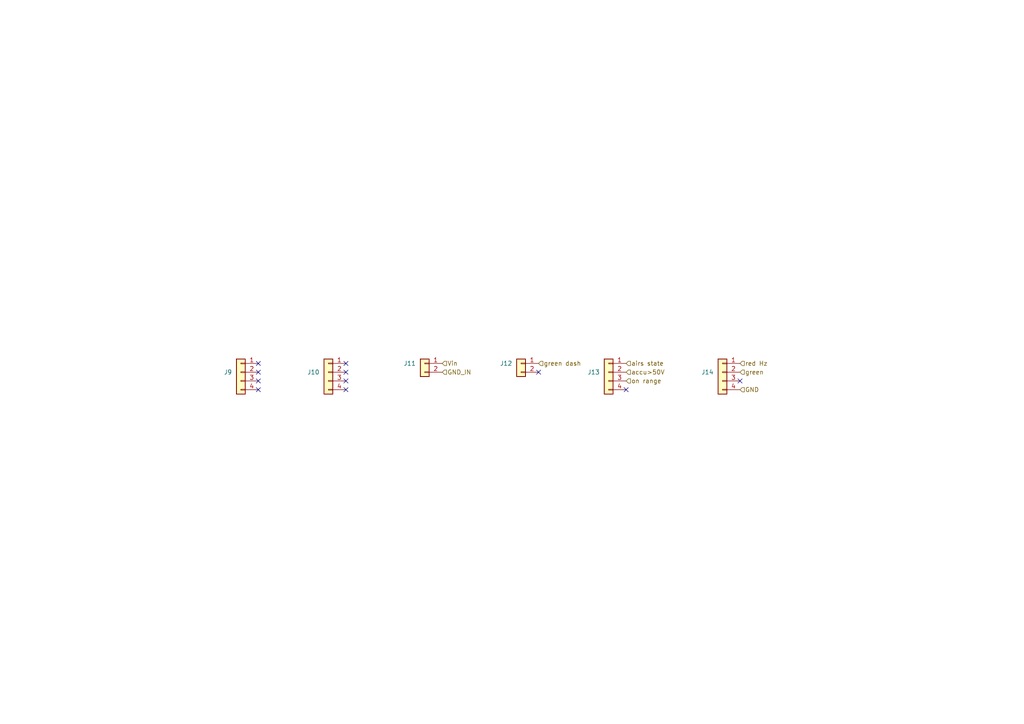
<source format=kicad_sch>
(kicad_sch (version 20231120) (generator "eeschema") (generator_version "8.0")
  (paper "A4")
  (lib_symbols
    (symbol "Connector_Generic:Conn_01x02" (pin_names (offset 1.016) hide)
      (property "Reference" "J" (at 0 2.54 0))
      (property "Value" "Conn_01x02" (at 0 -5.08 0))
      (symbol "Conn_01x02_1_1"
        (rectangle (start -1.27 -2.413) (end 0 -2.667) (stroke (width 0.1524)))
        (rectangle (start -1.27 0.127) (end 0 -0.127) (stroke (width 0.1524)))
        (rectangle (start -1.27 1.27) (end 1.27 -3.81) (stroke (width 0.254)) (fill (type background)))
        (pin passive line (at -5.08 0 0) (length 3.81) (name "Pin_1") (number "1"))
        (pin passive line (at -5.08 -2.54 0) (length 3.81) (name "Pin_2") (number "2"))
      )
    )
    (symbol "Connector_Generic:Conn_01x04" (pin_names (offset 1.016) hide)
      (property "Reference" "J" (at 0 5.08 0))
      (property "Value" "Conn_01x04" (at 0 -7.62 0))
      (symbol "Conn_01x04_1_1"
        (rectangle (start -1.27 -4.953) (end 0 -5.207) (stroke (width 0.1524)))
        (rectangle (start -1.27 -2.413) (end 0 -2.667) (stroke (width 0.1524)))
        (rectangle (start -1.27 0.127) (end 0 -0.127) (stroke (width 0.1524)))
        (rectangle (start -1.27 2.667) (end 0 2.413) (stroke (width 0.1524)))
        (rectangle (start -1.27 3.81) (end 1.27 -6.35) (stroke (width 0.254)) (fill (type background)))
        (pin passive line (at -5.08 2.54 0) (length 3.81) (name "Pin_1") (number "1"))
        (pin passive line (at -5.08 0 0) (length 3.81) (name "Pin_2") (number "2"))
        (pin passive line (at -5.08 -2.54 0) (length 3.81) (name "Pin_3") (number "3"))
        (pin passive line (at -5.08 -5.08 0) (length 3.81) (name "Pin_4") (number "4"))
      )
    )
  )
  (no_connect (at 100.33 113.03))
  (no_connect (at 214.63 110.49))
  (no_connect (at 100.33 105.41))
  (no_connect (at 181.61 113.03))
  (no_connect (at 100.33 107.95))
  (no_connect (at 74.93 113.03))
  (no_connect (at 156.21 107.95))
  (no_connect (at 74.93 105.41))
  (no_connect (at 74.93 110.49))
  (no_connect (at 74.93 107.95))
  (no_connect (at 100.33 110.49))
  (hierarchical_label "on range" (shape input) (at 181.61 110.49 0))
  (hierarchical_label "accu>50V" (shape input) (at 181.61 107.95 0))
  (hierarchical_label "green" (shape input) (at 214.63 107.95 0))
  (hierarchical_label "green dash" (shape input) (at 156.21 105.41 0))
  (hierarchical_label "GND_IN" (shape input) (at 128.27 107.95 0))
  (hierarchical_label "GND" (shape input) (at 214.63 113.03 0))
  (hierarchical_label "red Hz" (shape input) (at 214.63 105.41 0))
  (hierarchical_label "Vin" (shape input) (at 128.27 105.41 0))
  (hierarchical_label "airs state" (shape input) (at 181.61 105.41 0))
  (symbol (lib_id "Connector_Generic:Conn_01x04") (at 69.85 107.95 0) (mirror y) (unit 1)
    (property "Reference" "J9" (at 67.31 107.95 0) (effects (justify left)))
    (property "Value" "Conn_01x04" (effects (hide yes)))
    (property "Footprint" "Connector_PinSocket_2.54mm:PinSocket_1x04_P2.54mm_Vertical" (effects (hide yes)))
  )
  (symbol (lib_id "Connector_Generic:Conn_01x04") (at 95.25 107.95 0) (mirror y) (unit 1)
    (property "Reference" "J10" (at 92.71 107.95 0) (effects (justify left)))
    (property "Value" "Conn_01x04" (effects (hide yes)))
    (property "Footprint" "Connector_PinSocket_2.54mm:PinSocket_1x04_P2.54mm_Vertical" (effects (hide yes)))
  )
  (symbol (lib_id "Connector_Generic:Conn_01x04") (at 209.55 107.95 0) (mirror y) (unit 1)
    (property "Reference" "J14" (at 207.01 107.95 0) (effects (justify left)))
    (property "Value" "Conn_01x04" (effects (hide yes)))
    (property "Footprint" "Connector_PinSocket_2.54mm:PinSocket_1x04_P2.54mm_Vertical" (effects (hide yes)))
  )
  (symbol (lib_id "Connector_Generic:Conn_01x04") (at 176.53 107.95 0) (mirror y) (unit 1)
    (property "Reference" "J13" (at 173.99 107.95 0) (effects (justify left)))
    (property "Value" "Conn_01x04" (effects (hide yes)))
    (property "Footprint" "Connector_PinSocket_2.54mm:PinSocket_1x04_P2.54mm_Vertical" (effects (hide yes)))
  )
  (symbol (lib_id "Connector_Generic:Conn_01x02") (at 123.19 105.41 0) (mirror y) (unit 1)
    (property "Reference" "J11" (at 120.65 105.41 0) (effects (justify left)))
    (property "Value" "Conn_01x02" (effects (hide yes)))
    (property "Footprint" "Connector_PinSocket_2.54mm:PinSocket_1x02_P2.54mm_Vertical" (effects (hide yes)))
  )
  (symbol (lib_id "Connector_Generic:Conn_01x02") (at 151.13 105.41 0) (mirror y) (unit 1)
    (property "Reference" "J12" (at 148.59 105.41 0) (effects (justify left)))
    (property "Value" "Conn_01x02" (effects (hide yes)))
    (property "Footprint" "Connector_PinSocket_2.54mm:PinSocket_1x02_P2.54mm_Vertical" (effects (hide yes)))
  )
)
</source>
